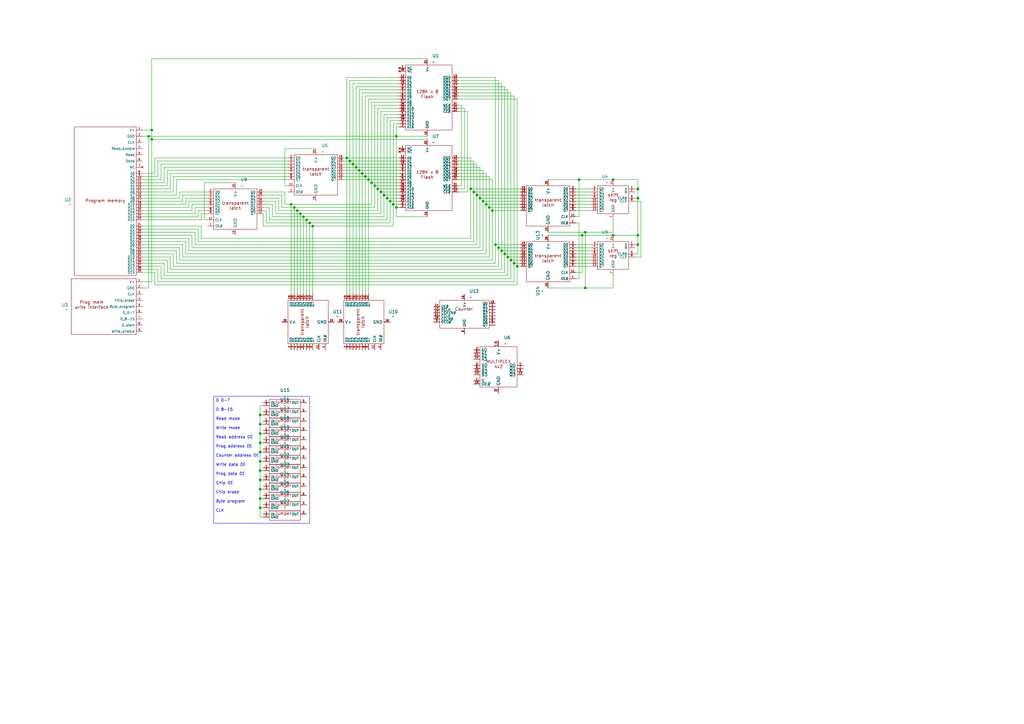
<source format=kicad_sch>
(kicad_sch (version 20231120) (generator "eeschema") (generator_version "8.0")
  (paper "A3")
  (lib_symbols
    (symbol "custom_symbol_lib:128k_x_8_flash"
      (property "Reference" "U" (at 0 -1.016 0))
      (symbol "128k_x_8_flash_0_1"
        (rectangle (start -8.89 13.97) (end 10.16 -12.7))
      )
      (symbol "128k_x_8_flash_1_1"
        (text "128K x 8\nFlash" (at 0 2.032 0) (effects (font (size 1.27 1.27))))
        (pin no_connect line (at -11.43 12.7 0) (length 2.54) (name "NC") (number "1"))
        (pin input line (at -11.43 6.35 0) (length 2.54) (name "A2") (number "10"))
        (pin input line (at -11.43 7.62 0) (length 2.54) (name "A1") (number "11"))
        (pin input line (at -11.43 8.89 0) (length 2.54) (name "A0") (number "12"))
        (pin bidirectional line (at 12.7 8.89 180) (length 2.54) (name "DQ0") (number "13"))
        (pin bidirectional line (at 12.7 7.62 180) (length 2.54) (name "DQ1") (number "14"))
        (pin bidirectional line (at 12.7 6.35 180) (length 2.54) (name "DQ2") (number "15"))
        (pin power_in line (at 0 -15.24 90) (length 2.54) (name "GND") (number "16"))
        (pin bidirectional line (at 12.7 5.08 180) (length 2.54) (name "DQ3") (number "17"))
        (pin bidirectional line (at 12.7 3.81 180) (length 2.54) (name "DQ4") (number "18"))
        (pin bidirectional line (at 12.7 2.54 180) (length 2.54) (name "DQ5") (number "19"))
        (pin input line (at -11.43 -11.43 0) (length 2.54) (name "A16") (number "2"))
        (pin bidirectional line (at 12.7 1.27 180) (length 2.54) (name "DQ6") (number "20"))
        (pin bidirectional line (at 12.7 0 180) (length 2.54) (name "DQ7") (number "21"))
        (pin input line (at 12.7 -5.08 180) (length 2.54) (name "CE#") (number "22"))
        (pin input line (at -11.43 -3.81 0) (length 2.54) (name "A10") (number "23"))
        (pin input line (at 12.7 -3.81 180) (length 2.54) (name "OE#") (number "24"))
        (pin input line (at -11.43 -5.08 0) (length 2.54) (name "A11") (number "25"))
        (pin input line (at -11.43 -2.54 0) (length 2.54) (name "A9") (number "26"))
        (pin input line (at -11.43 -1.27 0) (length 2.54) (name "A8") (number "27"))
        (pin input line (at -11.43 -7.62 0) (length 2.54) (name "A13") (number "28"))
        (pin input line (at -11.43 -8.89 0) (length 2.54) (name "A14") (number "29"))
        (pin input line (at -11.43 -10.16 0) (length 2.54) (name "A15") (number "3"))
        (pin no_connect line (at -11.43 11.43 0) (length 2.54) (name "NC") (number "30"))
        (pin input line (at 12.7 -2.54 180) (length 2.54) (name "WE#") (number "31"))
        (pin power_in line (at 0 16.51 270) (length 2.54) (name "V+") (number "32"))
        (pin input line (at -11.43 -6.35 0) (length 2.54) (name "A12") (number "4"))
        (pin input line (at -11.43 0 0) (length 2.54) (name "A7") (number "5"))
        (pin input line (at -11.43 1.27 0) (length 2.54) (name "A6") (number "6"))
        (pin input line (at -11.43 2.54 0) (length 2.54) (name "A5") (number "7"))
        (pin input line (at -11.43 3.81 0) (length 2.54) (name "A4") (number "8"))
        (pin input line (at -11.43 5.08 0) (length 2.54) (name "A3") (number "9"))
      )
    )
    (symbol "custom_symbol_lib:2x4_bit_multiplexer"
      (property "Reference" "U" (at 0 -1.27 0))
      (symbol "2x4_bit_multiplexer_0_1"
        (rectangle (start -7.62 8.89) (end 7.62 -7.62))
      )
      (symbol "2x4_bit_multiplexer_1_1"
        (text "MULTIPLEX\n4x2" (at 0 1.778 0) (effects (font (size 1.27 1.27))))
        (pin input line (at -10.16 -5.08 0) (length 2.54) (name "S") (number "1"))
        (pin input line (at -10.16 -1.27 0) (length 2.54) (name "B2") (number "10"))
        (pin input line (at -10.16 5.08 0) (length 2.54) (name "A2") (number "11"))
        (pin output line (at 10.16 -2.54 180) (length 2.54) (name "Q3") (number "12"))
        (pin input line (at -10.16 -2.54 0) (length 2.54) (name "B3") (number "13"))
        (pin input line (at -10.16 3.81 0) (length 2.54) (name "A3") (number "14"))
        (pin input line (at -10.16 -6.35 0) (length 2.54) (name "OE#") (number "15"))
        (pin power_in line (at 0 11.43 270) (length 2.54) (name "V+") (number "16"))
        (pin input line (at -10.16 7.62 0) (length 2.54) (name "A0") (number "2"))
        (pin input line (at -10.16 1.27 0) (length 2.54) (name "B0") (number "3"))
        (pin output line (at 10.16 1.27 180) (length 2.54) (name "Q0") (number "4"))
        (pin input line (at -10.16 6.35 0) (length 2.54) (name "A1") (number "5"))
        (pin input line (at -10.16 0 0) (length 2.54) (name "B1") (number "6"))
        (pin output line (at 10.16 0 180) (length 2.54) (name "Q1") (number "7"))
        (pin power_in line (at 0 -10.16 90) (length 2.54) (name "GND") (number "8"))
        (pin output line (at 10.16 -1.27 180) (length 2.54) (name "Q2") (number "9"))
      )
    )
    (symbol "custom_symbol_lib:8_bit_counter"
      (property "Reference" "U" (at 0 0.254 0))
      (symbol "8_bit_counter_0_1"
        (rectangle (start -10.16 6.35) (end 10.16 -5.08))
      )
      (symbol "8_bit_counter_1_1"
        (text "Counter" (at -0.254 2.794 0) (effects (font (size 1.27 1.27))))
        (pin output line (at 12.7 3.81 180) (length 2.54) (name "Q1") (number "1"))
        (pin input line (at -12.7 -1.27 0) (length 2.54) (name "CCLR#") (number "10"))
        (pin input line (at -12.7 0 0) (length 2.54) (name "CCLK") (number "11"))
        (pin input line (at -12.7 1.27 0) (length 2.54) (name "CCKEN#") (number "12"))
        (pin input line (at -12.7 2.54 0) (length 2.54) (name "RCLK") (number "13"))
        (pin input line (at -12.7 3.81 0) (length 2.54) (name "OE#") (number "14"))
        (pin output line (at 12.7 5.08 180) (length 2.54) (name "Q0") (number "15"))
        (pin power_in line (at 0 8.89 270) (length 2.54) (name "V+") (number "16"))
        (pin output line (at 12.7 2.54 180) (length 2.54) (name "Q2") (number "2"))
        (pin output line (at 12.7 1.27 180) (length 2.54) (name "Q3") (number "3"))
        (pin output line (at 12.7 0 180) (length 2.54) (name "Q4") (number "4"))
        (pin output line (at 12.7 -1.27 180) (length 2.54) (name "Q5") (number "5"))
        (pin output line (at 12.7 -2.54 180) (length 2.54) (name "Q6") (number "6"))
        (pin output line (at 12.7 -3.81 180) (length 2.54) (name "Q7") (number "7"))
        (pin power_in line (at 0 -7.62 90) (length 2.54) (name "GND") (number "8"))
        (pin output line (at -12.7 -2.54 0) (length 2.54) (name "RCO#") (number "9"))
      )
    )
    (symbol "custom_symbol_lib:8_bit_shift_register"
      (property "Reference" "U" (at -5.08 3.302 0))
      (symbol "8_bit_shift_register_1_1"
        (rectangle (start -7.62 12.7) (end 5.08 1.27))
        (text "shift\nreg" (at -1.27 7.874 0) (effects (font (size 1.27 1.27))))
        (pin input line (at -10.16 11.43 0) (length 2.54) (name "A") (number "1"))
        (pin output line (at 7.62 6.35 180) (length 2.54) (name "Q4") (number "10"))
        (pin output line (at 7.62 5.08 180) (length 2.54) (name "Q5") (number "11"))
        (pin output line (at 7.62 3.81 180) (length 2.54) (name "Q6") (number "12"))
        (pin output line (at 7.62 2.54 180) (length 2.54) (name "Q7") (number "13"))
        (pin input line (at -1.27 15.24 270) (length 2.54) (name "V+") (number "14"))
        (pin input line (at -10.16 10.16 0) (length 2.54) (name "B") (number "2"))
        (pin output line (at 7.62 11.43 180) (length 2.54) (name "Q0") (number "3"))
        (pin output line (at 7.62 10.16 180) (length 2.54) (name "Q1") (number "4"))
        (pin output line (at 7.62 8.89 180) (length 2.54) (name "Q2") (number "5"))
        (pin output line (at 7.62 7.62 180) (length 2.54) (name "Q3") (number "6"))
        (pin input line (at -1.27 -1.27 90) (length 2.54) (name "GND") (number "7"))
        (pin input line (at -10.16 6.35 0) (length 2.54) (name "CLK") (number "8"))
        (pin input line (at -10.16 7.62 0) (length 2.54) (name "CLR#") (number "9"))
      )
    )
    (symbol "custom_symbol_lib:8_bit_transparent_latch"
      (property "Reference" "U" (at 0 -1.016 0))
      (symbol "8_bit_transparent_latch_0_1"
        (rectangle (start -8.89 8.89) (end 8.89 -7.62))
      )
      (symbol "8_bit_transparent_latch_1_1"
        (text "transparent\nlatch" (at 0 2.032 0) (effects (font (size 1.27 1.27))))
        (pin input line (at -11.43 -6.35 0) (length 2.54) (name "OE#") (number "1"))
        (pin power_in line (at 0 -10.16 90) (length 2.54) (name "GND") (number "10"))
        (pin input line (at -11.43 -3.81 0) (length 2.54) (name "CLK") (number "11"))
        (pin output line (at 11.43 -1.27 180) (length 2.54) (name "Q7") (number "12"))
        (pin output line (at 11.43 0 180) (length 2.54) (name "Q6") (number "13"))
        (pin output line (at 11.43 1.27 180) (length 2.54) (name "Q5") (number "14"))
        (pin output line (at 11.43 2.54 180) (length 2.54) (name "Q4") (number "15"))
        (pin output line (at 11.43 3.81 180) (length 2.54) (name "Q3") (number "16"))
        (pin output line (at 11.43 5.08 180) (length 2.54) (name "Q2") (number "17"))
        (pin output line (at 11.43 6.35 180) (length 2.54) (name "Q1") (number "18"))
        (pin output line (at 11.43 7.62 180) (length 2.54) (name "Q0") (number "19"))
        (pin input line (at -11.43 7.62 0) (length 2.54) (name "D0") (number "2"))
        (pin power_in line (at 0 11.43 270) (length 2.54) (name "V+") (number "20"))
        (pin input line (at -11.43 6.35 0) (length 2.54) (name "D1") (number "3"))
        (pin input line (at -11.43 5.08 0) (length 2.54) (name "D2") (number "4"))
        (pin input line (at -11.43 3.81 0) (length 2.54) (name "D3") (number "5"))
        (pin input line (at -11.43 2.54 0) (length 2.54) (name "D4") (number "6"))
        (pin input line (at -11.43 1.27 0) (length 2.54) (name "D5") (number "7"))
        (pin input line (at -11.43 0 0) (length 2.54) (name "D6") (number "8"))
        (pin input line (at -11.43 -1.27 0) (length 2.54) (name "D7") (number "9"))
      )
    )
    (symbol "custom_symbol_lib:jumper"
      (property "Reference" "U" (at -1.016 -1.524 0))
      (symbol "jumper_1_1"
        (rectangle (start -6.35 1.27) (end 6.35 -2.54))
        (text "Jumper" (at -0.762 0.254 0) (effects (font (size 1.27 1.27))))
        (pin input line (at -8.89 0 0) (length 2.54) (name "IN") (number "1"))
        (pin power_in line (at -8.89 -1.27 0) (length 2.54) (name "GND") (number "2"))
        (pin output line (at 8.89 0 180) (length 2.54) (name "OUT") (number "3"))
      )
    )
    (symbol "custom_symbol_lib:prog_mem_interface_read"
      (property "Reference" "U" (at 0 -2.286 0))
      (symbol "prog_mem_interface_read_0_1"
        (rectangle (start -12.7 31.75) (end 12.7 -29.21))
      )
      (symbol "prog_mem_interface_read_1_1"
        (text "Program memory" (at 0 1.524 0) (effects (font (size 1.27 1.27))))
        (pin bidirectional line (at -15.24 30.48 0) (length 2.54) (name "V+") (number "1"))
        (pin bidirectional line (at -15.24 10.16 0) (length 2.54) (name "A2") (number "10"))
        (pin bidirectional line (at -15.24 8.89 0) (length 2.54) (name "A3") (number "11"))
        (pin bidirectional line (at -15.24 7.62 0) (length 2.54) (name "A4") (number "12"))
        (pin bidirectional line (at -15.24 6.35 0) (length 2.54) (name "A5") (number "13"))
        (pin bidirectional line (at -15.24 5.08 0) (length 2.54) (name "A6") (number "14"))
        (pin bidirectional line (at -15.24 3.81 0) (length 2.54) (name "A7") (number "15"))
        (pin bidirectional line (at -15.24 2.54 0) (length 2.54) (name "A8") (number "16"))
        (pin bidirectional line (at -15.24 1.27 0) (length 2.54) (name "A9") (number "17"))
        (pin bidirectional line (at -15.24 0 0) (length 2.54) (name "A10") (number "18"))
        (pin bidirectional line (at -15.24 -1.27 0) (length 2.54) (name "A11") (number "19"))
        (pin bidirectional line (at -15.24 27.94 0) (length 2.54) (name "GND") (number "2"))
        (pin bidirectional line (at -15.24 -2.54 0) (length 2.54) (name "A12") (number "20"))
        (pin bidirectional line (at -15.24 -3.81 0) (length 2.54) (name "A13") (number "21"))
        (pin bidirectional line (at -15.24 -5.08 0) (length 2.54) (name "A14") (number "22"))
        (pin bidirectional line (at -15.24 -6.35 0) (length 2.54) (name "A15") (number "23"))
        (pin bidirectional line (at -15.24 -8.89 0) (length 2.54) (name "D0") (number "24"))
        (pin bidirectional line (at -15.24 -10.16 0) (length 2.54) (name "D1") (number "25"))
        (pin bidirectional line (at -15.24 -11.43 0) (length 2.54) (name "D2") (number "26"))
        (pin bidirectional line (at -15.24 -12.7 0) (length 2.54) (name "D3") (number "27"))
        (pin bidirectional line (at -15.24 -13.97 0) (length 2.54) (name "D4") (number "28"))
        (pin bidirectional line (at -15.24 -15.24 0) (length 2.54) (name "D5") (number "29"))
        (pin bidirectional line (at -15.24 25.4 0) (length 2.54) (name "CLK") (number "3"))
        (pin bidirectional line (at -15.24 -16.51 0) (length 2.54) (name "D6") (number "30"))
        (pin bidirectional line (at -15.24 -17.78 0) (length 2.54) (name "D7") (number "31"))
        (pin bidirectional line (at -15.24 -19.05 0) (length 2.54) (name "D8") (number "32"))
        (pin bidirectional line (at -15.24 -20.32 0) (length 2.54) (name "D9") (number "33"))
        (pin bidirectional line (at -15.24 -21.59 0) (length 2.54) (name "D10") (number "34"))
        (pin bidirectional line (at -15.24 -22.86 0) (length 2.54) (name "D11") (number "35"))
        (pin bidirectional line (at -15.24 -24.13 0) (length 2.54) (name "D12") (number "36"))
        (pin bidirectional line (at -15.24 -25.4 0) (length 2.54) (name "D13") (number "37"))
        (pin bidirectional line (at -15.24 -26.67 0) (length 2.54) (name "D14") (number "38"))
        (pin bidirectional line (at -15.24 -27.94 0) (length 2.54) (name "D15") (number "39"))
        (pin bidirectional line (at -15.24 22.86 0) (length 2.54) (name "Read_enable") (number "4"))
        (pin bidirectional line (at -15.24 20.32 0) (length 2.54) (name "Read") (number "5"))
        (pin bidirectional line (at -15.24 17.78 0) (length 2.54) (name "Done") (number "6"))
        (pin no_connect line (at -15.24 15.24 0) (length 2.54) (name "NC") (number "7"))
        (pin bidirectional line (at -15.24 12.7 0) (length 2.54) (name "A0") (number "8"))
        (pin bidirectional line (at -15.24 11.43 0) (length 2.54) (name "A1") (number "9"))
      )
    )
    (symbol "custom_symbol_lib:prog_mem_interface_write"
      (property "Reference" "U" (at 5.334 -2.54 0))
      (symbol "prog_mem_interface_write_0_1"
        (rectangle (start -12.7 11.43) (end 13.97 -11.43))
      )
      (symbol "prog_mem_interface_write_1_1"
        (text "Prog mem\nwrite interface" (at 5.588 0.762 0) (effects (font (size 1.27 1.27))))
        (pin power_in line (at -15.24 10.16 0) (length 2.54) (name "V+") (number "1"))
        (pin power_in line (at -15.24 7.62 0) (length 2.54) (name "GND") (number "2"))
        (pin input line (at -15.24 5.08 0) (length 2.54) (name "CLK") (number "3"))
        (pin input line (at -15.24 2.54 0) (length 2.54) (name "Chip_erase") (number "4"))
        (pin input line (at -15.24 0 0) (length 2.54) (name "Byte_program") (number "5"))
        (pin input line (at -15.24 -2.54 0) (length 2.54) (name "D_0-7") (number "6"))
        (pin input line (at -15.24 -5.08 0) (length 2.54) (name "D_8-15") (number "7"))
        (pin input line (at -15.24 -7.62 0) (length 2.54) (name "D_start") (number "8"))
        (pin input line (at -15.24 -10.16 0) (length 2.54) (name "Write_enable") (number "9"))
      )
    )
  )
  (junction (at 251.46 73.66))
  (junction (at 143.51 66.04))
  (junction (at 106.68 204.47))
  (junction (at 106.68 189.23))
  (junction (at 212.09 109.22))
  (junction (at 261.62 77.47))
  (junction (at 207.01 104.14))
  (junction (at 200.66 85.09))
  (junction (at 148.59 71.12))
  (junction (at 157.48 80.01))
  (junction (at 261.62 100.33))
  (junction (at 62.23 53.34))
  (junction (at 127 91.44))
  (junction (at 161.29 83.82))
  (junction (at 151.13 73.66))
  (junction (at 240.03 95.25))
  (junction (at 146.05 68.58))
  (junction (at 199.39 83.82))
  (junction (at 261.62 96.52))
  (junction (at 106.68 185.42))
  (junction (at 154.94 77.47))
  (junction (at 106.68 196.85))
  (junction (at 238.76 96.52))
  (junction (at 201.93 86.36))
  (junction (at 124.46 88.9))
  (junction (at 203.2 100.33))
  (junction (at 196.85 81.28))
  (junction (at 158.75 81.28))
  (junction (at 237.49 73.66))
  (junction (at 153.67 76.2))
  (junction (at 120.65 85.09))
  (junction (at 208.28 105.41))
  (junction (at 204.47 101.6))
  (junction (at 147.32 69.85))
  (junction (at 60.96 55.88))
  (junction (at 195.58 80.01))
  (junction (at 209.55 106.68))
  (junction (at 193.04 77.47))
  (junction (at 125.73 90.17))
  (junction (at 119.38 83.82))
  (junction (at 106.68 193.04))
  (junction (at 162.56 55.88))
  (junction (at 205.74 102.87))
  (junction (at 106.68 208.28))
  (junction (at 149.86 72.39))
  (junction (at 261.62 81.28))
  (junction (at 106.68 181.61))
  (junction (at 210.82 107.95))
  (junction (at 152.4 74.93))
  (junction (at 123.19 87.63))
  (junction (at 106.68 170.18))
  (junction (at 128.27 92.71))
  (junction (at 62.23 57.15))
  (junction (at 162.56 85.09))
  (junction (at 106.68 173.99))
  (junction (at 240.03 118.11))
  (junction (at 156.21 78.74))
  (junction (at 194.31 78.74))
  (junction (at 106.68 200.66))
  (junction (at 160.02 82.55))
  (junction (at 106.68 177.8))
  (junction (at 144.78 67.31))
  (junction (at 121.92 86.36))
  (junction (at 251.46 96.52))
  (junction (at 198.12 82.55))
  (junction (at 142.24 64.77))
  (wire (pts (xy 82.55 92.71) (xy 82.55 97.79)))
  (wire (pts (xy 189.23 76.2) (xy 187.96 76.2)))
  (wire (pts (xy 156.21 45.72) (xy 163.83 45.72)))
  (wire (pts (xy 205.74 102.87) (xy 213.36 102.87)))
  (wire (pts (xy 109.22 91.44) (xy 109.22 86.36)))
  (wire (pts (xy 121.92 86.36) (xy 121.92 120.65)))
  (wire (pts (xy 163.83 77.47) (xy 154.94 77.47)))
  (wire (pts (xy 260.35 104.14) (xy 261.62 104.14)))
  (wire (pts (xy 107.95 85.09) (xy 110.49 85.09)))
  (wire (pts (xy 66.04 67.31) (xy 118.11 67.31)))
  (wire (pts (xy 85.09 85.09) (xy 80.01 85.09)))
  (wire (pts (xy 162.56 85.09) (xy 163.83 85.09)))
  (wire (pts (xy 204.47 109.22) (xy 71.12 109.22)))
  (wire (pts (xy 193.04 77.47) (xy 193.04 97.79)))
  (wire (pts (xy 143.51 33.02) (xy 163.83 33.02)))
  (wire (pts (xy 118.11 76.2) (xy 116.84 76.2)))
  (wire (pts (xy 107.95 166.37) (xy 106.68 166.37)))
  (wire (pts (xy 212.09 109.22) (xy 212.09 116.84)))
  (wire (pts (xy 121.92 86.36) (xy 114.3 86.36)))
  (wire (pts (xy 262.89 105.41) (xy 260.35 105.41)))
  (wire (pts (xy 58.42 100.33) (xy 74.93 100.33)))
  (wire (pts (xy 161.29 83.82) (xy 161.29 92.71)))
  (wire (pts (xy 189.23 43.18) (xy 189.23 76.2)))
  (wire (pts (xy 146.05 68.58) (xy 146.05 35.56)))
  (wire (pts (xy 115.57 80.01) (xy 115.57 85.09)))
  (wire (pts (xy 76.2 104.14) (xy 76.2 99.06)))
  (wire (pts (xy 163.83 72.39) (xy 149.86 72.39)))
  (wire (pts (xy 77.47 97.79) (xy 77.47 102.87)))
  (wire (pts (xy 119.38 83.82) (xy 116.84 83.82)))
  (wire (pts (xy 194.31 99.06) (xy 81.28 99.06)))
  (wire (pts (xy 77.47 82.55) (xy 77.47 85.09)))
  (wire (pts (xy 156.21 87.63) (xy 156.21 78.74)))
  (wire (pts (xy 67.31 113.03) (xy 208.28 113.03)))
  (wire (pts (xy 120.65 85.09) (xy 120.65 120.65)))
  (wire (pts (xy 196.85 101.6) (xy 78.74 101.6)))
  (wire (pts (xy 125.73 90.17) (xy 158.75 90.17)))
  (wire (pts (xy 210.82 39.37) (xy 187.96 39.37)))
  (wire (pts (xy 106.68 204.47) (xy 106.68 200.66)))
  (wire (pts (xy 163.83 73.66) (xy 151.13 73.66)))
  (wire (pts (xy 78.74 83.82) (xy 85.09 83.82)))
  (wire (pts (xy 115.57 85.09) (xy 120.65 85.09)))
  (wire (pts (xy 124.46 88.9) (xy 111.76 88.9)))
  (wire (pts (xy 60.96 55.88) (xy 162.56 55.88)))
  (wire (pts (xy 58.42 92.71) (xy 82.55 92.71)))
  (wire (pts (xy 198.12 82.55) (xy 213.36 82.55)))
  (wire (pts (xy 160.02 91.44) (xy 127 91.44)))
  (wire (pts (xy 123.19 87.63) (xy 156.21 87.63)))
  (wire (pts (xy 237.49 73.66) (xy 237.49 88.9)))
  (wire (pts (xy 106.68 193.04) (xy 107.95 193.04)))
  (wire (pts (xy 67.31 68.58) (xy 67.31 74.93)))
  (wire (pts (xy 236.22 101.6) (xy 242.57 101.6)))
  (wire (pts (xy 163.83 81.28) (xy 158.75 81.28)))
  (wire (pts (xy 106.68 189.23) (xy 107.95 189.23)))
  (wire (pts (xy 69.85 105.41) (xy 69.85 110.49)))
  (wire (pts (xy 196.85 81.28) (xy 196.85 101.6)))
  (wire (pts (xy 199.39 83.82) (xy 199.39 104.14)))
  (wire (pts (xy 163.83 80.01) (xy 157.48 80.01)))
  (wire (pts (xy 106.68 196.85) (xy 106.68 193.04)))
  (wire (pts (xy 152.4 83.82) (xy 119.38 83.82)))
  (wire (pts (xy 143.51 66.04) (xy 143.51 33.02)))
  (wire (pts (xy 157.48 80.01) (xy 157.48 88.9)))
  (wire (pts (xy 80.01 100.33) (xy 195.58 100.33)))
  (wire (pts (xy 67.31 74.93) (xy 58.42 74.93)))
  (wire (pts (xy 111.76 83.82) (xy 107.95 83.82)))
  (wire (pts (xy 163.83 49.53) (xy 160.02 49.53)))
  (wire (pts (xy 204.47 101.6) (xy 204.47 109.22)))
  (wire (pts (xy 58.42 115.57) (xy 62.23 115.57)))
  (wire (pts (xy 191.77 45.72) (xy 191.77 78.74)))
  (wire (pts (xy 116.84 76.2) (xy 116.84 60.96)))
  (wire (pts (xy 77.47 102.87) (xy 198.12 102.87)))
  (wire (pts (xy 140.97 72.39) (xy 149.86 72.39)))
  (wire (pts (xy 261.62 104.14) (xy 261.62 100.33)))
  (wire (pts (xy 76.2 81.28) (xy 85.09 81.28)))
  (wire (pts (xy 58.42 105.41) (xy 69.85 105.41)))
  (wire (pts (xy 68.58 111.76) (xy 68.58 106.68)))
  (wire (pts (xy 261.62 73.66) (xy 261.62 77.47)))
  (wire (pts (xy 236.22 91.44) (xy 237.49 91.44)))
  (wire (pts (xy 238.76 96.52) (xy 251.46 96.52)))
  (wire (pts (xy 198.12 69.85) (xy 187.96 69.85)))
  (wire (pts (xy 106.68 170.18) (xy 107.95 170.18)))
  (wire (pts (xy 260.35 100.33) (xy 261.62 100.33)))
  (wire (pts (xy 199.39 83.82) (xy 213.36 83.82)))
  (wire (pts (xy 124.46 88.9) (xy 124.46 120.65)))
  (wire (pts (xy 60.96 118.11) (xy 58.42 118.11)))
  (wire (pts (xy 154.94 44.45) (xy 154.94 77.47)))
  (wire (pts (xy 237.49 91.44) (xy 237.49 114.3)))
  (wire (pts (xy 80.01 87.63) (xy 58.42 87.63)))
  (wire (pts (xy 163.83 39.37) (xy 149.86 39.37)))
  (wire (pts (xy 140.97 66.04) (xy 143.51 66.04)))
  (wire (pts (xy 68.58 76.2) (xy 68.58 69.85)))
  (wire (pts (xy 210.82 107.95) (xy 213.36 107.95)))
  (wire (pts (xy 193.04 64.77) (xy 187.96 64.77)))
  (wire (pts (xy 208.28 105.41) (xy 213.36 105.41)))
  (wire (pts (xy 193.04 64.77) (xy 193.04 77.47)))
  (wire (pts (xy 58.42 88.9) (xy 81.28 88.9)))
  (wire (pts (xy 201.93 73.66) (xy 201.93 86.36)))
  (wire (pts (xy 107.95 80.01) (xy 115.57 80.01)))
  (wire (pts (xy 163.83 46.99) (xy 157.48 46.99)))
  (wire (pts (xy 224.79 118.11) (xy 240.03 118.11)))
  (wire (pts (xy 58.42 55.88) (xy 60.96 55.88)))
  (wire (pts (xy 163.83 41.91) (xy 152.4 41.91)))
  (wire (pts (xy 74.93 100.33) (xy 74.93 105.41)))
  (wire (pts (xy 158.75 48.26) (xy 163.83 48.26)))
  (wire (pts (xy 72.39 107.95) (xy 203.2 107.95)))
  (wire (pts (xy 207.01 104.14) (xy 213.36 104.14)))
  (wire (pts (xy 236.22 78.74) (xy 242.57 78.74)))
  (wire (pts (xy 163.83 34.29) (xy 144.78 34.29)))
  (wire (pts (xy 72.39 80.01) (xy 58.42 80.01)))
  (wire (pts (xy 68.58 106.68) (xy 58.42 106.68)))
  (wire (pts (xy 204.47 33.02) (xy 204.47 101.6)))
  (wire (pts (xy 82.55 97.79) (xy 193.04 97.79)))
  (wire (pts (xy 224.79 95.25) (xy 240.03 95.25)))
  (wire (pts (xy 205.74 34.29) (xy 187.96 34.29)))
  (wire (pts (xy 69.85 71.12) (xy 69.85 77.47)))
  (wire (pts (xy 127 91.44) (xy 109.22 91.44)))
  (wire (pts (xy 163.83 71.12) (xy 148.59 71.12)))
  (wire (pts (xy 106.68 204.47) (xy 107.95 204.47)))
  (wire (pts (xy 163.83 67.31) (xy 144.78 67.31)))
  (wire (pts (xy 236.22 80.01) (xy 242.57 80.01)))
  (wire (pts (xy 207.01 111.76) (xy 68.58 111.76)))
  (wire (pts (xy 212.09 116.84) (xy 63.5 116.84)))
  (wire (pts (xy 113.03 87.63) (xy 123.19 87.63)))
  (wire (pts (xy 203.2 100.33) (xy 203.2 107.95)))
  (wire (pts (xy 147.32 36.83) (xy 147.32 69.85)))
  (wire (pts (xy 261.62 81.28) (xy 261.62 96.52)))
  (wire (pts (xy 240.03 95.25) (xy 240.03 118.11)))
  (wire (pts (xy 119.38 83.82) (xy 119.38 120.65)))
  (wire (pts (xy 154.94 86.36) (xy 121.92 86.36)))
  (wire (pts (xy 262.89 82.55) (xy 262.89 105.41)))
  (wire (pts (xy 208.28 105.41) (xy 208.28 113.03)))
  (wire (pts (xy 110.49 90.17) (xy 125.73 90.17)))
  (wire (pts (xy 187.96 35.56) (xy 207.01 35.56)))
  (wire (pts (xy 187.96 43.18) (xy 189.23 43.18)))
  (wire (pts (xy 210.82 39.37) (xy 210.82 107.95)))
  (wire (pts (xy 106.68 181.61) (xy 107.95 181.61)))
  (wire (pts (xy 260.35 82.55) (xy 262.89 82.55)))
  (wire (pts (xy 236.22 111.76) (xy 238.76 111.76)))
  (wire (pts (xy 261.62 100.33) (xy 261.62 96.52)))
  (wire (pts (xy 163.83 82.55) (xy 160.02 82.55)))
  (wire (pts (xy 149.86 39.37) (xy 149.86 72.39)))
  (wire (pts (xy 64.77 66.04) (xy 64.77 72.39)))
  (wire (pts (xy 196.85 68.58) (xy 196.85 81.28)))
  (wire (pts (xy 148.59 38.1) (xy 163.83 38.1)))
  (wire (pts (xy 128.27 92.71) (xy 128.27 120.65)))
  (wire (pts (xy 81.28 86.36) (xy 85.09 86.36)))
  (wire (pts (xy 236.22 105.41) (xy 242.57 105.41)))
  (wire (pts (xy 118.11 73.66) (xy 72.39 73.66)))
  (wire (pts (xy 163.83 52.07) (xy 162.56 52.07)))
  (wire (pts (xy 76.2 83.82) (xy 76.2 81.28)))
  (wire (pts (xy 142.24 31.75) (xy 142.24 64.77)))
  (wire (pts (xy 71.12 109.22) (xy 71.12 104.14)))
  (wire (pts (xy 191.77 78.74) (xy 187.96 78.74)))
  (wire (pts (xy 237.49 73.66) (xy 251.46 73.66)))
  (wire (pts (xy 62.23 53.34) (xy 62.23 57.15)))
  (wire (pts (xy 116.84 83.82) (xy 116.84 78.74)))
  (wire (pts (xy 203.2 100.33) (xy 213.36 100.33)))
  (wire (pts (xy 144.78 67.31) (xy 144.78 120.65)))
  (wire (pts (xy 140.97 68.58) (xy 146.05 68.58)))
  (wire (pts (xy 205.74 34.29) (xy 205.74 102.87)))
  (wire (pts (xy 224.79 96.52) (xy 238.76 96.52)))
  (wire (pts (xy 187.96 68.58) (xy 196.85 68.58)))
  (wire (pts (xy 80.01 95.25) (xy 80.01 100.33)))
  (wire (pts (xy 200.66 85.09) (xy 213.36 85.09)))
  (wire (pts (xy 163.83 44.45) (xy 154.94 44.45)))
  (wire (pts (xy 162.56 85.09) (xy 162.56 88.9)))
  (wire (pts (xy 73.66 78.74) (xy 85.09 78.74)))
  (wire (pts (xy 238.76 96.52) (xy 238.76 111.76)))
  (wire (pts (xy 106.68 185.42) (xy 107.95 185.42)))
  (wire (pts (xy 73.66 106.68) (xy 73.66 101.6)))
  (wire (pts (xy 63.5 64.77) (xy 118.11 64.77)))
  (wire (pts (xy 69.85 110.49) (xy 205.74 110.49)))
  (wire (pts (xy 194.31 78.74) (xy 194.31 99.06)))
  (wire (pts (xy 85.09 87.63) (xy 82.55 87.63)))
  (wire (pts (xy 143.51 66.04) (xy 143.51 120.65)))
  (wire (pts (xy 106.68 173.99) (xy 107.95 173.99)))
  (wire (pts (xy 154.94 77.47) (xy 154.94 86.36)))
  (wire (pts (xy 203.2 31.75) (xy 203.2 100.33)))
  (wire (pts (xy 163.83 83.82) (xy 161.29 83.82)))
  (wire (pts (xy 114.3 86.36) (xy 114.3 81.28)))
  (wire (pts (xy 163.83 74.93) (xy 152.4 74.93)))
  (wire (pts (xy 200.66 85.09) (xy 200.66 105.41)))
  (wire (pts (xy 208.28 36.83) (xy 208.28 105.41)))
  (wire (pts (xy 261.62 96.52) (xy 251.46 96.52)))
  (wire (pts (xy 163.83 69.85) (xy 147.32 69.85)))
  (wire (pts (xy 106.68 196.85) (xy 107.95 196.85)))
  (wire (pts (xy 116.84 60.96) (xy 129.54 60.96)))
  (wire (pts (xy 149.86 72.39) (xy 149.86 120.65)))
  (wire (pts (xy 80.01 85.09) (xy 80.01 87.63)))
  (wire (pts (xy 74.93 80.01) (xy 74.93 82.55)))
  (wire (pts (xy 187.96 77.47) (xy 190.5 77.47)))
  (wire (pts (xy 157.48 46.99) (xy 157.48 80.01)))
  (wire (pts (xy 140.97 64.77) (xy 142.24 64.77)))
  (wire (pts (xy 62.23 24.13) (xy 175.26 24.13)))
  (wire (pts (xy 146.05 35.56) (xy 163.83 35.56)))
  (wire (pts (xy 236.22 100.33) (xy 242.57 100.33)))
  (wire (pts (xy 163.83 36.83) (xy 147.32 36.83)))
  (wire (pts (xy 67.31 107.95) (xy 67.31 113.03)))
  (wire (pts (xy 142.24 64.77) (xy 142.24 120.65)))
  (wire (pts (xy 106.68 208.28) (xy 107.95 208.28)))
  (wire (pts (xy 63.5 71.12) (xy 63.5 64.77)))
  (wire (pts (xy 153.67 85.09) (xy 153.67 76.2)))
  (wire (pts (xy 187.96 73.66) (xy 201.93 73.66)))
  (wire (pts (xy 187.96 33.02) (xy 204.47 33.02)))
  (wire (pts (xy 260.35 81.28) (xy 261.62 81.28)))
  (wire (pts (xy 210.82 107.95) (xy 210.82 115.57)))
  (wire (pts (xy 58.42 73.66) (xy 66.04 73.66)))
  (wire (pts (xy 76.2 99.06) (xy 58.42 99.06)))
  (wire (pts (xy 140.97 73.66) (xy 151.13 73.66)))
  (wire (pts (xy 163.83 31.75) (xy 142.24 31.75)))
  (wire (pts (xy 144.78 34.29) (xy 144.78 67.31)))
  (wire (pts (xy 151.13 40.64) (xy 163.83 40.64)))
  (wire (pts (xy 66.04 114.3) (xy 66.04 109.22)))
  (wire (pts (xy 60.96 55.88) (xy 60.96 118.11)))
  (wire (pts (xy 140.97 67.31) (xy 144.78 67.31)))
  (wire (pts (xy 151.13 73.66) (xy 151.13 120.65)))
  (wire (pts (xy 162.56 55.88) (xy 162.56 85.09)))
  (wire (pts (xy 152.4 41.91) (xy 152.4 74.93)))
  (wire (pts (xy 201.93 106.68) (xy 73.66 106.68)))
  (wire (pts (xy 162.56 88.9) (xy 175.26 88.9)))
  (wire (pts (xy 109.22 86.36) (xy 107.95 86.36)))
  (wire (pts (xy 106.68 177.8) (xy 107.95 177.8)))
  (wire (pts (xy 198.12 69.85) (xy 198.12 82.55)))
  (wire (pts (xy 161.29 50.8) (xy 163.83 50.8)))
  (wire (pts (xy 163.83 78.74) (xy 156.21 78.74)))
  (wire (pts (xy 160.02 82.55) (xy 160.02 91.44)))
  (wire (pts (xy 82.55 87.63) (xy 82.55 90.17)))
  (wire (pts (xy 163.83 64.77) (xy 142.24 64.77)))
  (wire (pts (xy 106.68 185.42) (xy 106.68 189.23)))
  (wire (pts (xy 196.85 81.28) (xy 213.36 81.28)))
  (wire (pts (xy 236.22 86.36) (xy 242.57 86.36)))
  (wire (pts (xy 190.5 44.45) (xy 187.96 44.45)))
  (wire (pts (xy 106.68 170.18) (xy 106.68 173.99)))
  (wire (pts (xy 58.42 95.25) (xy 80.01 95.25)))
  (wire (pts (xy 194.31 78.74) (xy 213.36 78.74)))
  (wire (pts (xy 110.49 85.09) (xy 110.49 90.17)))
  (wire (pts (xy 200.66 72.39) (xy 200.66 85.09)))
  (wire (pts (xy 58.42 97.79) (xy 77.47 97.79)))
  (wire (pts (xy 208.28 36.83) (xy 187.96 36.83)))
  (wire (pts (xy 74.93 82.55) (xy 58.42 82.55)))
  (wire (pts (xy 58.42 81.28) (xy 73.66 81.28)))
  (wire (pts (xy 236.22 83.82) (xy 242.57 83.82)))
  (wire (pts (xy 153.67 43.18) (xy 163.83 43.18)))
  (wire (pts (xy 199.39 71.12) (xy 199.39 83.82)))
  (wire (pts (xy 146.05 68.58) (xy 146.05 120.65)))
  (wire (pts (xy 114.3 81.28) (xy 107.95 81.28)))
  (wire (pts (xy 201.93 86.36) (xy 213.36 86.36)))
  (wire (pts (xy 158.75 90.17) (xy 158.75 81.28)))
  (wire (pts (xy 83.82 74.93) (xy 96.52 74.93)))
  (wire (pts (xy 111.76 88.9) (xy 111.76 83.82)))
  (wire (pts (xy 63.5 111.76) (xy 58.42 111.76)))
  (wire (pts (xy 107.95 200.66) (xy 106.68 200.66)))
  (wire (pts (xy 116.84 78.74) (xy 107.95 78.74)))
  (wire (pts (xy 158.75 81.28) (xy 158.75 48.26)))
  (wire (pts (xy 77.47 85.09) (xy 58.42 85.09)))
  (wire (pts (xy 64.77 110.49) (xy 64.77 115.57)))
  (wire (pts (xy 236.22 85.09) (xy 242.57 85.09)))
  (wire (pts (xy 58.42 86.36) (xy 78.74 86.36)))
  (wire (pts (xy 199.39 104.14) (xy 76.2 104.14)))
  (wire (pts (xy 195.58 80.01) (xy 195.58 100.33)))
  (wire (pts (xy 209.55 106.68) (xy 209.55 114.3)))
  (wire (pts (xy 187.96 45.72) (xy 191.77 45.72)))
  (wire (pts (xy 62.23 24.13) (xy 62.23 53.34)))
  (wire (pts (xy 260.35 77.47) (xy 261.62 77.47)))
  (wire (pts (xy 209.55 114.3) (xy 66.04 114.3)))
  (wire (pts (xy 236.22 88.9) (xy 237.49 88.9)))
  (wire (pts (xy 261.62 77.47) (xy 261.62 81.28)))
  (wire (pts (xy 58.42 110.49) (xy 64.77 110.49)))
  (wire (pts (xy 207.01 104.14) (xy 207.01 111.76)))
  (wire (pts (xy 251.46 73.66) (xy 261.62 73.66)))
  (wire (pts (xy 209.55 106.68) (xy 213.36 106.68)))
  (wire (pts (xy 58.42 102.87) (xy 72.39 102.87)))
  (wire (pts (xy 152.4 74.93) (xy 152.4 83.82)))
  (wire (pts (xy 148.59 71.12) (xy 148.59 38.1)))
  (wire (pts (xy 207.01 35.56) (xy 207.01 104.14)))
  (wire (pts (xy 251.46 95.25) (xy 240.03 95.25)))
  (wire (pts (xy 106.68 177.8) (xy 106.68 181.61)))
  (wire (pts (xy 204.47 101.6) (xy 213.36 101.6)))
  (wire (pts (xy 106.68 193.04) (xy 106.68 189.23)))
  (wire (pts (xy 63.5 116.84) (xy 63.5 111.76)))
  (wire (pts (xy 73.66 81.28) (xy 73.66 78.74)))
  (wire (pts (xy 147.32 69.85) (xy 147.32 120.65)))
  (wire (pts (xy 66.04 109.22) (xy 58.42 109.22)))
  (wire (pts (xy 58.42 53.34) (xy 62.23 53.34)))
  (wire (pts (xy 195.58 67.31) (xy 195.58 80.01)))
  (wire (pts (xy 85.09 90.17) (xy 83.82 90.17)))
  (wire (pts (xy 85.09 80.01) (xy 74.93 80.01)))
  (wire (pts (xy 71.12 78.74) (xy 71.12 72.39)))
  (wire (pts (xy 78.74 101.6) (xy 78.74 96.52)))
  (wire (pts (xy 74.93 105.41) (xy 200.66 105.41)))
  (wire (pts (xy 162.56 52.07) (xy 162.56 55.88)))
  (wire (pts (xy 187.96 71.12) (xy 199.39 71.12)))
  (wire (pts (xy 236.22 81.28) (xy 242.57 81.28)))
  (wire (pts (xy 72.39 102.87) (xy 72.39 107.95)))
  (wire (pts (xy 107.95 82.55) (xy 113.03 82.55)))
  (wire (pts (xy 236.22 102.87) (xy 242.57 102.87)))
  (wire (pts (xy 107.95 92.71) (xy 107.95 87.63)))
  (wire (pts (xy 118.11 68.58) (xy 67.31 68.58)))
  (wire (pts (xy 161.29 92.71) (xy 128.27 92.71)))
  (wire (pts (xy 128.27 92.71) (xy 107.95 92.71)))
  (wire (pts (xy 163.83 76.2) (xy 153.67 76.2)))
  (wire (pts (xy 81.28 88.9) (xy 81.28 86.36)))
  (wire (pts (xy 187.96 38.1) (xy 209.55 38.1)))
  (wire (pts (xy 162.56 55.88) (xy 175.26 55.88)))
  (wire (pts (xy 212.09 109.22) (xy 213.36 109.22)))
  (wire (pts (xy 209.55 38.1) (xy 209.55 106.68)))
  (wire (pts (xy 140.97 69.85) (xy 147.32 69.85)))
  (wire (pts (xy 118.11 66.04) (xy 64.77 66.04)))
  (wire (pts (xy 163.83 66.04) (xy 143.51 66.04)))
  (wire (pts (xy 140.97 71.12) (xy 148.59 71.12)))
  (wire (pts (xy 148.59 71.12) (xy 148.59 120.65)))
  (wire (pts (xy 224.79 73.66) (xy 237.49 73.66)))
  (wire (pts (xy 236.22 106.68) (xy 242.57 106.68)))
  (wire (pts (xy 120.65 85.09) (xy 153.67 85.09)))
  (wire (pts (xy 64.77 72.39) (xy 58.42 72.39)))
  (wire (pts (xy 194.31 66.04) (xy 194.31 78.74)))
  (wire (pts (xy 127 91.44) (xy 127 120.65)))
  (wire (pts (xy 62.23 57.15) (xy 175.26 57.15)))
  (wire (pts (xy 161.29 83.82) (xy 161.29 50.8)))
  (wire (pts (xy 106.68 208.28) (xy 106.68 204.47)))
  (wire (pts (xy 212.09 40.64) (xy 212.09 109.22)))
  (wire (pts (xy 58.42 76.2) (xy 68.58 76.2)))
  (wire (pts (xy 203.2 31.75) (xy 187.96 31.75)))
  (wire (pts (xy 236.22 107.95) (xy 242.57 107.95)))
  (wire (pts (xy 106.68 166.37) (xy 106.68 170.18)))
  (wire (pts (xy 187.96 66.04) (xy 194.31 66.04)))
  (wire (pts (xy 236.22 82.55) (xy 242.57 82.55)))
  (wire (pts (xy 106.68 173.99) (xy 106.68 177.8)))
  (wire (pts (xy 58.42 107.95) (xy 67.31 107.95)))
  (wire (pts (xy 236.22 104.14) (xy 242.57 104.14)))
  (wire (pts (xy 187.96 40.64) (xy 212.09 40.64)))
  (wire (pts (xy 193.04 77.47) (xy 213.36 77.47)))
  (wire (pts (xy 69.85 77.47) (xy 58.42 77.47)))
  (wire (pts (xy 71.12 72.39) (xy 118.11 72.39)))
  (wire (pts (xy 106.68 212.09) (xy 106.68 208.28)))
  (wire (pts (xy 205.74 102.87) (xy 205.74 110.49)))
  (wire (pts (xy 198.12 82.55) (xy 198.12 102.87)))
  (wire (pts (xy 82.55 90.17) (xy 58.42 90.17)))
  (wire (pts (xy 163.83 68.58) (xy 146.05 68.58)))
  (wire (pts (xy 66.04 73.66) (xy 66.04 67.31)))
  (wire (pts (xy 118.11 71.12) (xy 69.85 71.12)))
  (wire (pts (xy 81.28 93.98) (xy 58.42 93.98)))
  (wire (pts (xy 251.46 90.17) (xy 251.46 95.25)))
  (wire (pts (xy 106.68 200.66) (xy 106.68 196.85)))
  (wire (pts (xy 107.95 212.09) (xy 106.68 212.09)))
  (wire (pts (xy 81.28 99.06) (xy 81.28 93.98)))
  (wire (pts (xy 236.22 109.22) (xy 242.57 109.22)))
  (wire (pts (xy 195.58 80.01) (xy 213.36 80.01)))
  (wire (pts (xy 240.03 118.11) (xy 251.46 118.11)))
  (wire (pts (xy 190.5 77.47) (xy 190.5 44.45)))
  (wire (pts (xy 68.58 69.85) (xy 118.11 69.85)))
  (wire (pts (xy 73.66 101.6) (xy 58.42 101.6)))
  (wire (pts (xy 58.42 83.82) (xy 76.2 83.82)))
  (wire (pts (xy 113.03 82.55) (xy 113.03 87.63)))
  (wire (pts (xy 72.39 73.66) (xy 72.39 80.01)))
  (wire (pts (xy 125.73 90.17) (xy 125.73 120.65)))
  (wire (pts (xy 237.49 114.3) (xy 236.22 114.3)))
  (wire (pts (xy 78.74 96.52) (xy 58.42 96.52)))
  (wire (pts (xy 83.82 90.17) (xy 83.82 74.93)))
  (wire (pts (xy 71.12 104.14) (xy 58.42 104.14)))
  (wire (pts (xy 251.46 118.11) (xy 251.46 113.03)))
  (wire (pts (xy 200.66 72.39) (xy 187.96 72.39)))
  (wire (pts (xy 160.02 49.53) (xy 160.02 82.55)))
  (wire (pts (xy 201.93 86.36) (xy 201.93 106.68)))
  (wire (pts (xy 187.96 67.31) (xy 195.58 67.31)))
  (wire (pts (xy 151.13 73.66) (xy 151.13 40.64)))
  (wire (pts (xy 153.67 76.2) (xy 153.67 43.18)))
  (wire (pts (xy 58.42 78.74) (xy 71.12 78.74)))
  (wire (pts (xy 78.74 86.36) (xy 78.74 83.82)))
  (wire (pts (xy 123.19 87.63) (xy 123.19 120.65)))
  (wire (pts (xy 58.42 71.12) (xy 63.5 71.12)))
  (wire (pts (xy 236.22 77.47) (xy 242.57 77.47)))
  (wire (pts (xy 85.09 82.55) (xy 77.47 82.55)))
  (wire (pts (xy 62.23 57.15) (xy 62.23 115.57)))
  (wire (pts (xy 106.68 181.61) (xy 106.68 185.42)))
  (wire (pts (xy 64.77 115.57) (xy 210.82 115.57)))
  (wire (pts (xy 156.21 78.74) (xy 156.21 45.72)))
  (wire (pts (xy 157.48 88.9) (xy 124.46 88.9)))
  (text_box "D 0-7\n\nD 8-15\n\nRead mode\n\nWrite mode\n\nRead address OE\n\nProg address OE\n\nCounter address OE\n\nWrite data OE\n\nProg data OE\n\nChip OE\n\nChip erase\n\nByte program\n\nCLK" (at 87.63 162.56 0) (size 39.37 52.07) (effects (font (size 1.1684 1.1684)) (justify left top)))
  (symbol (lib_id "custom_symbol_lib:8_bit_counter") (at 190.5 129.54 0) (unit 1)
    (property "Reference" "U12" (at 192.5194 119.38 0) (effects (justify left)))
    (property "Value" "~" (at 192.5194 121.92 0) (effects (justify left)))
    (property "Footprint" "Package_DIP:DIP-16_W7.62mm" (effects (hide yes)))
    (property "Datasheet" "https://www.ti.com/lit/ds/symlink/sn74hc590a.pdf" (effects (hide yes)))
  )
  (symbol (lib_id "custom_symbol_lib:jumper") (at 116.84 176.53 0) (unit 1)
    (property "Reference" "U18" (at 116.84 171.45 0))
    (property "Value" "~" (at 116.84 173.99 0))
    (property "Footprint" "custom_footprint_library:jumper" (effects (hide yes)))
  )
  (symbol (lib_id "custom_symbol_lib:jumper") (at 116.84 203.2 0) (unit 1)
    (property "Reference" "U25" (at 116.84 198.12 0))
    (property "Value" "~" (at 116.84 200.66 0))
    (property "Footprint" "custom_footprint_library:jumper" (effects (hide yes)))
  )
  (symbol (lib_id "custom_symbol_lib:jumper") (at 116.84 180.34 0) (unit 1)
    (property "Reference" "U19" (at 116.84 175.26 0))
    (property "Value" "~" (at 116.84 177.8 0))
    (property "Footprint" "custom_footprint_library:jumper" (effects (hide yes)))
  )
  (symbol (lib_id "custom_symbol_lib:jumper") (at 116.84 191.77 0) (unit 1)
    (property "Reference" "U22" (at 116.84 186.69 0))
    (property "Value" "~" (at 116.84 189.23 0))
    (property "Footprint" "custom_footprint_library:jumper" (effects (hide yes)))
  )
  (symbol (lib_id "custom_symbol_lib:8_bit_transparent_latch") (at 149.86 132.08 90) (unit 1)
    (property "Reference" "U10" (at 161.29 127.8538 90))
    (property "Value" "~" (at 161.29 129.7589 90))
    (property "Footprint" "Package_DIP:DIP-20_W7.62mm" (effects (hide yes)))
    (property "Datasheet" "https://www.ti.com/lit/ds/symlink/sn74hc573a.pdf?HQS=dis-dk-null-digikeymode-dsf-pf-null-wwe&ts=1722003264659&ref_url=https%253A%252F%252Fwww.ti.com%252Fgeneral%252Fdocs%252Fsuppproductinfo.tsp%253FdistId%253D10%2526gotoUrl%253Dhttps%253A%252F%252Fwww.ti.com%252Flit%252Fgpn%252Fsn74hc573a" (effects (hide yes)))
  )
  (symbol (lib_id "custom_symbol_lib:jumper") (at 116.84 184.15 0) (unit 1)
    (property "Reference" "U20" (at 116.84 179.07 0))
    (property "Value" "~" (at 116.84 181.61 0))
    (property "Footprint" "custom_footprint_library:jumper" (effects (hide yes)))
  )
  (symbol (lib_id "custom_symbol_lib:jumper") (at 116.84 165.1 0) (unit 1)
    (property "Reference" "U15" (at 116.84 160.02 0))
    (property "Value" "~" (at 116.84 162.56 0))
    (property "Footprint" "custom_footprint_library:jumper" (effects (hide yes)))
  )
  (symbol (lib_id "custom_symbol_lib:jumper") (at 116.84 210.82 0) (unit 1)
    (property "Reference" "U27" (at 116.84 205.74 0))
    (property "Value" "~" (at 116.84 208.28 0))
    (property "Footprint" "custom_footprint_library:jumper" (effects (hide yes)))
  )
  (symbol (lib_id "custom_symbol_lib:jumper") (at 116.84 199.39 0) (unit 1)
    (property "Reference" "U24" (at 116.84 194.31 0))
    (property "Value" "~" (at 116.84 196.85 0))
    (property "Footprint" "custom_footprint_library:jumper" (effects (hide yes)))
  )
  (symbol (lib_id "custom_symbol_lib:128k_x_8_flash") (at 175.26 40.64 0) (unit 1)
    (property "Reference" "U1" (at 177.2794 22.86 0) (effects (justify left)))
    (property "Value" "~" (at 177.2794 25.4 0) (effects (justify left)))
    (property "Footprint" "Package_DIP:DIP-32_W15.24mm" (effects (hide yes)))
    (property "Datasheet" "https://ww1.microchip.com/downloads/en/DeviceDoc/20005022C.pdf" (effects (hide yes)))
  )
  (symbol (lib_id "custom_symbol_lib:8_bit_shift_register") (at 250.19 111.76 0) (mirror y) (unit 1)
    (property "Reference" "U9" (at 249.4406 95.25 0) (effects (justify left)))
    (property "Value" "~" (at 249.4406 97.79 0) (effects (justify left)))
    (property "Footprint" "Package_DIP:DIP-14_W7.62mm" (effects (hide yes)))
    (property "Datasheet" "https://www.ti.com/lit/ds/symlink/cd74hct164.pdf?HQS=dis-dk-null-digikeymode-dsf-pf-null-wwe&ts=1723564305751&ref_url=https%253A%252F%252Fwww.ti.com%252Fgeneral%252Fdocs%252Fsuppproductinfo.tsp%253FdistId%253D10%2526gotoUrl%253Dhttps%253A%252F%252Fwww.ti.com%252Flit%252Fgpn%252Fcd74hct164" (effects (hide yes)))
  )
  (symbol (lib_id "custom_symbol_lib:prog_mem_interface_read") (at 43.18 83.82 0) (mirror y) (unit 1)
    (property "Reference" "U2" (at 29.21 81.9149 0) (effects (justify left)))
    (property "Value" "~" (at 29.21 83.82 0) (effects (justify left)))
    (property "Footprint" "Connector_PinHeader_2.54mm:PinHeader_1x39_P2.54mm_Vertical" (effects (hide yes)))
  )
  (symbol (lib_id "custom_symbol_lib:8_bit_transparent_latch") (at 129.54 72.39 0) (unit 1)
    (property "Reference" "U5" (at 131.7341 59.69 0) (effects (justify left)))
    (property "Value" "~" (at 131.7341 62.23 0) (effects (justify left)))
    (property "Footprint" "Package_DIP:DIP-20_W7.62mm" (effects (hide yes)))
    (property "Datasheet" "https://www.ti.com/lit/ds/symlink/sn74hc573a.pdf?HQS=dis-dk-null-digikeymode-dsf-pf-null-wwe&ts=1722003264659&ref_url=https%253A%252F%252Fwww.ti.com%252Fgeneral%252Fdocs%252Fsuppproductinfo.tsp%253FdistId%253D10%2526gotoUrl%253Dhttps%253A%252F%252Fwww.ti.com%252Flit%252Fgpn%252Fsn74hc573a" (effects (hide yes)))
  )
  (symbol (lib_id "custom_symbol_lib:8_bit_transparent_latch") (at 96.52 86.36 0) (unit 1)
    (property "Reference" "U8" (at 98.7141 73.66 0) (effects (justify left)))
    (property "Value" "~" (at 98.7141 76.2 0) (effects (justify left)))
    (property "Footprint" "Package_DIP:DIP-20_W7.62mm" (effects (hide yes)))
    (property "Datasheet" "https://www.ti.com/lit/ds/symlink/sn74hc573a.pdf?HQS=dis-dk-null-digikeymode-dsf-pf-null-wwe&ts=1722003264659&ref_url=https%253A%252F%252Fwww.ti.com%252Fgeneral%252Fdocs%252Fsuppproductinfo.tsp%253FdistId%253D10%2526gotoUrl%253Dhttps%253A%252F%252Fwww.ti.com%252Flit%252Fgpn%252Fsn74hc573a" (effects (hide yes)))
  )
  (symbol (lib_id "custom_symbol_lib:8_bit_shift_register") (at 250.19 88.9 0) (mirror y) (unit 1)
    (property "Reference" "U4" (at 249.4406 72.39 0) (effects (justify left)))
    (property "Value" "~" (at 249.4406 74.93 0) (effects (justify left)))
    (property "Footprint" "Package_DIP:DIP-14_W7.62mm" (effects (hide yes)))
    (property "Datasheet" "https://www.ti.com/lit/ds/symlink/cd74hct164.pdf?HQS=dis-dk-null-digikeymode-dsf-pf-null-wwe&ts=1723564305751&ref_url=https%253A%252F%252Fwww.ti.com%252Fgeneral%252Fdocs%252Fsuppproductinfo.tsp%253FdistId%253D10%2526gotoUrl%253Dhttps%253A%252F%252Fwww.ti.com%252Flit%252Fgpn%252Fcd74hct164" (effects (hide yes)))
  )
  (symbol (lib_id "custom_symbol_lib:prog_mem_interface_write") (at 43.18 125.73 0) (mirror y) (unit 1)
    (property "Reference" "U3" (at 27.94 125.0949 0) (effects (justify left)))
    (property "Value" "~" (at 27.94 127 0) (effects (justify left)))
  )
  (symbol (lib_id "custom_symbol_lib:8_bit_transparent_latch") (at 224.79 107.95 0) (mirror y) (unit 1)
    (property "Reference" "U14" (at 220.5638 119.38 90))
    (property "Value" "~" (at 222.4689 119.38 90))
    (property "Footprint" "Package_DIP:DIP-20_W7.62mm" (effects (hide yes)))
    (property "Datasheet" "https://www.ti.com/lit/ds/symlink/sn74hc573a.pdf?HQS=dis-dk-null-digikeymode-dsf-pf-null-wwe&ts=1722003264659&ref_url=https%253A%252F%252Fwww.ti.com%252Fgeneral%252Fdocs%252Fsuppproductinfo.tsp%253FdistId%253D10%2526gotoUrl%253Dhttps%253A%252F%252Fwww.ti.com%252Flit%252Fgpn%252Fsn74hc573a" (effects (hide yes)))
  )
  (symbol (lib_id "custom_symbol_lib:jumper") (at 116.84 168.91 0) (unit 1)
    (property "Reference" "U16" (at 116.84 163.83 0))
    (property "Value" "~" (at 116.84 166.37 0))
    (property "Footprint" "custom_footprint_library:jumper" (effects (hide yes)))
  )
  (symbol (lib_id "custom_symbol_lib:jumper") (at 116.84 187.96 0) (unit 1)
    (property "Reference" "U21" (at 116.84 182.88 0))
    (property "Value" "~" (at 116.84 185.42 0))
    (property "Footprint" "custom_footprint_library:jumper" (effects (hide yes)))
  )
  (symbol (lib_id "custom_symbol_lib:8_bit_transparent_latch") (at 224.79 85.09 0) (mirror y) (unit 1)
    (property "Reference" "U13" (at 220.5638 96.52 90))
    (property "Value" "~" (at 222.4689 96.52 90))
    (property "Footprint" "Package_DIP:DIP-20_W7.62mm" (effects (hide yes)))
    (property "Datasheet" "https://www.ti.com/lit/ds/symlink/sn74hc573a.pdf?HQS=dis-dk-null-digikeymode-dsf-pf-null-wwe&ts=1722003264659&ref_url=https%253A%252F%252Fwww.ti.com%252Fgeneral%252Fdocs%252Fsuppproductinfo.tsp%253FdistId%253D10%2526gotoUrl%253Dhttps%253A%252F%252Fwww.ti.com%252Flit%252Fgpn%252Fsn74hc573a" (effects (hide yes)))
  )
  (symbol (lib_id "custom_symbol_lib:128k_x_8_flash") (at 175.26 73.66 0) (unit 1)
    (property "Reference" "U7" (at 177.2794 55.88 0) (effects (justify left)))
    (property "Value" "~" (at 177.2794 58.42 0) (effects (justify left)))
    (property "Footprint" "Package_DIP:DIP-32_W15.24mm" (effects (hide yes)))
    (property "Datasheet" "https://ww1.microchip.com/downloads/en/DeviceDoc/20005022C.pdf" (effects (hide yes)))
  )
  (symbol (lib_id "custom_symbol_lib:8_bit_transparent_latch") (at 127 132.08 90) (unit 1)
    (property "Reference" "U11" (at 138.43 127.8538 90))
    (property "Value" "~" (at 138.43 129.7589 90))
    (property "Footprint" "Package_DIP:DIP-20_W7.62mm" (effects (hide yes)))
    (property "Datasheet" "https://www.ti.com/lit/ds/symlink/sn74hc573a.pdf?HQS=dis-dk-null-digikeymode-dsf-pf-null-wwe&ts=1722003264659&ref_url=https%253A%252F%252Fwww.ti.com%252Fgeneral%252Fdocs%252Fsuppproductinfo.tsp%253FdistId%253D10%2526gotoUrl%253Dhttps%253A%252F%252Fwww.ti.com%252Flit%252Fgpn%252Fsn74hc573a" (effects (hide yes)))
  )
  (symbol (lib_id "custom_symbol_lib:jumper") (at 116.84 172.72 0) (unit 1)
    (property "Reference" "U17" (at 116.84 167.64 0))
    (property "Value" "~" (at 116.84 170.18 0))
    (property "Footprint" "custom_footprint_library:jumper" (effects (hide yes)))
  )
  (symbol (lib_id "custom_symbol_lib:jumper") (at 116.84 195.58 0) (unit 1)
    (property "Reference" "U23" (at 116.84 190.5 0))
    (property "Value" "~" (at 116.84 193.04 0))
    (property "Footprint" "custom_footprint_library:jumper" (effects (hide yes)))
  )
  (symbol (lib_id "custom_symbol_lib:jumper") (at 116.84 207.01 0) (unit 1)
    (property "Reference" "U26" (at 116.84 201.93 0))
    (property "Value" "~" (at 116.84 204.47 0))
    (property "Footprint" "custom_footprint_library:jumper" (effects (hide yes)))
  )
  (symbol (lib_id "custom_symbol_lib:2x4_bit_multiplexer") (at 204.47 151.13 0) (unit 1)
    (property "Reference" "U6" (at 206.6641 138.43 0) (effects (justify left)))
    (property "Value" "~" (at 206.6641 140.97 0) (effects (justify left)))
    (property "Footprint" "Package_DIP:DIP-16_W7.62mm" (effects (hide yes)))
    (property "Datasheet" "https://www.ti.com/lit/ds/symlink/cd74hc257.pdf?HQS=dis-dk-null-digikeymode-dsf-pf-null-wwe&ts=1723302018107&ref_url=https%253A%252F%252Fwww.ti.com%252Fgeneral%252Fdocs%252Fsuppproductinfo.tsp%253FdistId%253D10%2526gotoUrl%253Dhttps%253A%252F%252Fwww.ti.com%252Flit%252Fgpn%252Fcd74hc257" (effects (hide yes)))
  )
)
</source>
